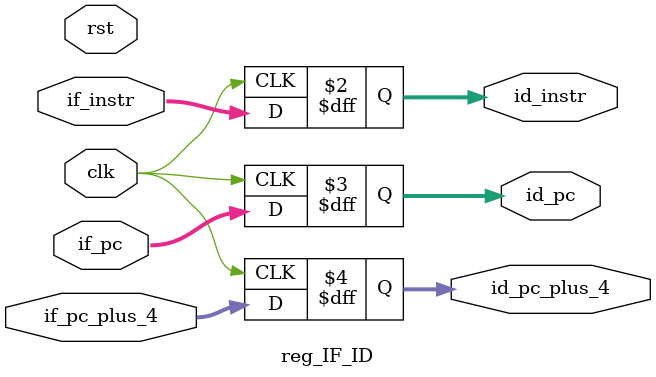
<source format=v>
module reg_IF_ID(
    input wire clk,
    input wire rst,
    input wire [31:0] if_instr,
    input wire [31:0] if_pc,
    input wire [31:0] if_pc_plus_4,

    output reg [31:0] id_instr,
    output reg [31:0] id_pc,
    output reg [31:0] id_pc_plus_4
    

);



always @(posedge clk) begin



        id_instr <= if_instr;
        id_pc <= if_pc;
        id_pc_plus_4 <= if_pc_plus_4;


    
    
end

endmodule
</source>
